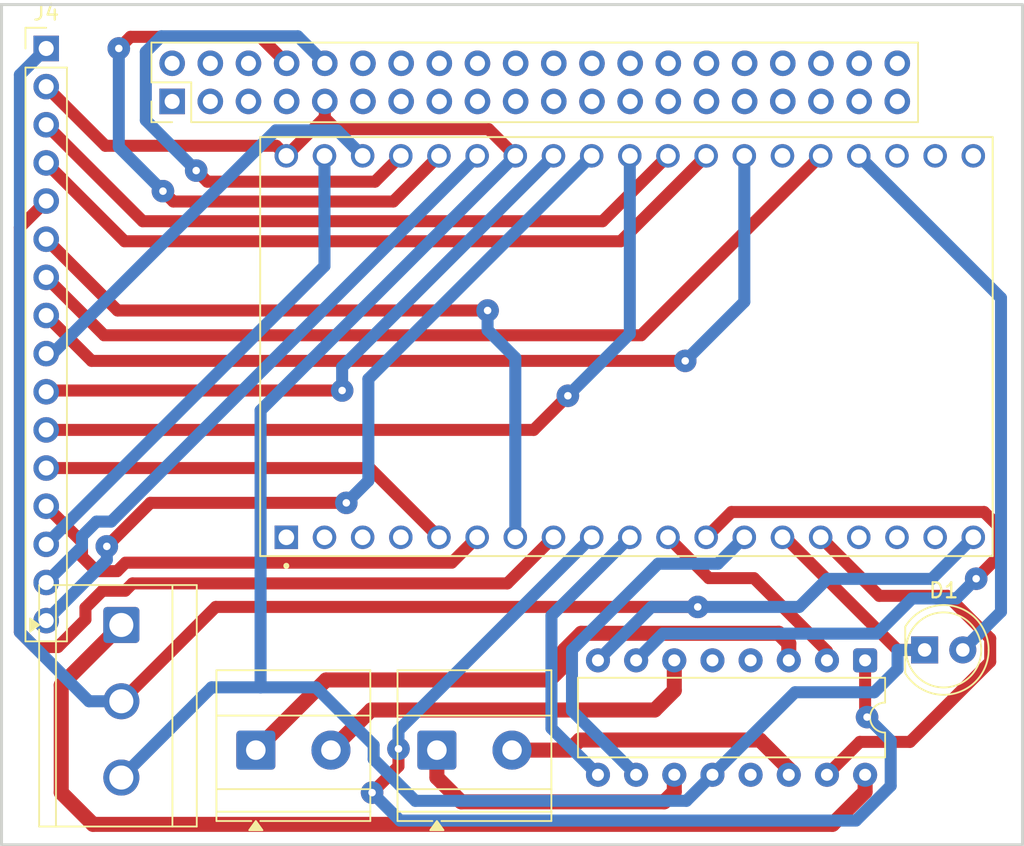
<source format=kicad_pcb>
(kicad_pcb (version 20241229) (generator "pcbnew") (generator_version "9.0")
  (layers (0 "F.Cu" signal) (2 "B.Cu" signal) (13 "F.Paste" user) (15 "B.Paste" user) (5 "F.SilkS" user "F.Silkscreen") (7 "B.SilkS" user "B.Silkscreen") (1 "F.Mask" user) (3 "B.Mask" user) (25 "Edge.Cuts" user))
  (net 0 "")
  (net 1 "Net-(D1-A)")
  (net 2 "GND")
  (net 33 "pi TX")
  (net 35 "pi RX")
  (net 42 "Net-(J2-Pin_1)")
  (net 43 "Net-(J2-Pin_2)")
  (net 44 "Net-(J3-Pin_2)")
  (net 45 "Net-(J3-Pin_1)")
  (net 46 "MQ9 A0")
  (net 47 "MQ135 A0")
  (net 48 "+5V")
  (net 49 "GPS TX")
  (net 50 "TRIG 2")
  (net 51 "TRIG 1")
  (net 52 "GPS RX")
  (net 53 "TRIG 3")
  (net 54 "ECHO 3")
  (net 55 "ECHO 4")
  (net 56 "ECHO 5")
  (net 57 "TRIG 5")
  (net 58 "TRIG 4")
  (net 59 "+12V")
  (net 60 "IN4|IO14")
  (net 61 "EN2|IO32")
  (net 62 "EN1|IO33")
  (net 66 "IN1|IO25")
  (net 67 "ECHO 2")
  (net 72 "ECHO 1")
  (net 76 "IN2|IO26")
  (net 78 "IN3|IO27")
  (footprint "LED_THT:LED_D5.0mm" (layer "F.Cu") (at 175.46 119)
    (property "Reference" "D1" (at 1.27 -3.96 0) (layer "F.SilkS"))
    (property "Value" "LED")
    (fp_line (start -1.29 -1.545) (end -1.29 1.545) (stroke (width 0.12)) (layer "F.SilkS"))
    (fp_arc (start -1.29 -1.54483) (mid 2.071779 -2.880495) (end 4.26 0) (stroke (width 0.12)) (layer "F.SilkS"))
    (fp_arc (start 4.26 0) (mid 2.071779 2.880495) (end -1.29 1.54483) (stroke (width 0.12)) (layer "F.SilkS"))
    (fp_circle (center 1.27 0) (end 3.77 0) (stroke (width 0.12)) (fill no) (layer "F.SilkS"))
    (pad "1" thru_hole rect (at 0 0) (size 1.8 1.8) (drill 0.9) (layers "*.Cu" "*.Mask") (net 2 "GND"))
    (pad "2" thru_hole circle (at 2.54 0) (size 1.8 1.8) (drill 0.9) (layers "*.Cu" "*.Mask") (net 1 "Net-(D1-A)"))
  )
  (footprint "TerminalBlock_CUI:TerminalBlock_CUI_TB007-508-03_1x03_P5.08mm_Horizontal" (layer "F.Cu") (at 122 117.34 -90)
    (property "Reference" "J12" (hide yes))
    (property "Value" "power input")
    (fp_line (start -2.66 5.47) (end -0.3 5.47) (stroke (width 0.12)) (layer "F.SilkS"))
    (fp_line (start 0.3 5.47) (end 13.42 5.47) (stroke (width 0.12)) (layer "F.SilkS"))
    (fp_line (start -2.66 4.35) (end 13.42 4.35) (stroke (width 0.12)) (layer "F.SilkS"))
    (fp_line (start -2.66 -3.4) (end 13.42 -3.4) (stroke (width 0.12)) (layer "F.SilkS"))
    (fp_line (start -2.66 -5.02) (end -2.66 5.47) (stroke (width 0.12)) (layer "F.SilkS"))
    (fp_line (start -2.66 -5.02) (end 13.42 -5.02) (stroke (width 0.12)) (layer "F.SilkS"))
    (fp_line (start 13.42 -5.02) (end 13.42 5.47) (stroke (width 0.12)) (layer "F.SilkS"))
    (fp_poly (pts (xy 0 5.47) (xy 0.44 6.08) (xy -0.44 6.08)) (stroke (width 0.12)) (fill yes) (layer "F.SilkS"))
    (pad "1" thru_hole roundrect (at 0 0 270) (size 2.4 2.4) (drill 1.6) (layers "*.Cu" "*.Mask") (roundrect_rratio 0.104167) (net 59 "+12V"))
    (pad "2" thru_hole circle (at 5.08 0 270) (size 2.4 2.4) (drill 1.6) (layers "*.Cu" "*.Mask") (net 48 "+5V"))
    (pad "3" thru_hole circle (at 10.16 0 270) (size 2.4 2.4) (drill 1.6) (layers "*.Cu" "*.Mask") (net 2 "GND"))
  )
  (footprint "TerminalBlock_Phoenix:TerminalBlock_Phoenix_MKDS-1,5-2_1x02_P5.00mm_Horizontal" (layer "F.Cu") (at 130.95 125.6725)
    (property "Reference" "J2" (hide yes))
    (property "Value" "motor 1")
    (fp_line (start -2.62 -5.32) (end -2.62 4.72) (stroke (width 0.12)) (layer "F.SilkS"))
    (fp_line (start -2.62 -5.32) (end 7.62 -5.32) (stroke (width 0.12)) (layer "F.SilkS"))
    (fp_line (start -2.62 -2.3) (end 7.62 -2.3) (stroke (width 0.12)) (layer "F.SilkS"))
    (fp_line (start -2.62 2.6) (end 7.62 2.6) (stroke (width 0.12)) (layer "F.SilkS"))
    (fp_line (start -2.62 4.1) (end 7.62 4.1) (stroke (width 0.12)) (layer "F.SilkS"))
    (fp_line (start -2.62 4.72) (end -0.3 4.72) (stroke (width 0.12)) (layer "F.SilkS"))
    (fp_line (start 0.3 4.72) (end 7.62 4.72) (stroke (width 0.12)) (layer "F.SilkS"))
    (fp_line (start 7.62 -5.32) (end 7.62 4.72) (stroke (width 0.12)) (layer "F.SilkS"))
    (fp_poly (pts (xy 0 4.72) (xy 0.44 5.33) (xy -0.44 5.33)) (stroke (width 0.12)) (fill yes) (layer "F.SilkS"))
    (pad "1" thru_hole roundrect (at 0 0) (size 2.6 2.6) (drill 1.3) (layers "*.Cu" "*.Mask") (roundrect_rratio 0.096154) (net 42 "Net-(J2-Pin_1)"))
    (pad "2" thru_hole circle (at 5 0) (size 2.6 2.6) (drill 1.3) (layers "*.Cu" "*.Mask") (net 43 "Net-(J2-Pin_2)"))
  )
  (footprint "Kit:MODULE_ESP32-DEVKITC-32D" (layer "F.Cu") (at 152.74 98.8 90)
    (property "Reference" "U1" (hide yes))
    (property "Value" "ESP32-DEVKITC-32D")
    (fp_line (start 13.95 -21.5) (end 13.95 27.25) (stroke (width 0.127)) (layer "F.SilkS"))
    (fp_line (start -13.95 -21.5) (end 13.95 -21.5) (stroke (width 0.127)) (layer "F.SilkS"))
    (fp_line (start 13.95 27.25) (end -13.95 27.25) (stroke (width 0.127)) (layer "F.SilkS"))
    (fp_line (start -13.95 27.25) (end -13.95 -21.5) (stroke (width 0.127)) (layer "F.SilkS"))
    (fp_circle (center -14.6 -19.76) (end -14.5 -19.76) (stroke (width 0.2)) (fill no) (layer "F.SilkS"))
    (pad "J2-1" thru_hole rect (at -12.7 -19.76 90) (size 1.56 1.56) (drill 1.04) (layers "*.Cu" "*.Mask"))
    (pad "J2-2" thru_hole circle (at -12.7 -17.22 90) (size 1.56 1.56) (drill 1.04) (layers "*.Cu" "*.Mask"))
    (pad "J2-3" thru_hole circle (at -12.7 -14.68 90) (size 1.56 1.56) (drill 1.04) (layers "*.Cu" "*.Mask"))
    (pad "J2-4" thru_hole circle (at -12.7 -12.14 90) (size 1.56 1.56) (drill 1.04) (layers "*.Cu" "*.Mask"))
    (pad "J2-5" thru_hole circle (at -12.7 -9.6 90) (size 1.56 1.56) (drill 1.04) (layers "*.Cu" "*.Mask") (net 56 "ECHO 5"))
    (pad "J2-6" thru_hole circle (at -12.7 -7.06 90) (size 1.56 1.56) (drill 1.04) (layers "*.Cu" "*.Mask") (net 55 "ECHO 4"))
    (pad "J2-7" thru_hole circle (at -12.7 -4.52 90) (size 1.56 1.56) (drill 1.04) (layers "*.Cu" "*.Mask") (net 46 "MQ9 A0"))
    (pad "J2-8" thru_hole circle (at -12.7 -1.98 90) (size 1.56 1.56) (drill 1.04) (layers "*.Cu" "*.Mask") (net 47 "MQ135 A0"))
    (pad "J2-9" thru_hole circle (at -12.7 0.56 90) (size 1.56 1.56) (drill 1.04) (layers "*.Cu" "*.Mask") (net 62 "EN1|IO33"))
    (pad "J2-10" thru_hole circle (at -12.7 3.1 90) (size 1.56 1.56) (drill 1.04) (layers "*.Cu" "*.Mask") (net 61 "EN2|IO32"))
    (pad "J2-11" thru_hole circle (at -12.7 5.64 90) (size 1.56 1.56) (drill 1.04) (layers "*.Cu" "*.Mask") (net 66 "IN1|IO25"))
    (pad "J2-12" thru_hole circle (at -12.7 8.18 90) (size 1.56 1.56) (drill 1.04) (layers "*.Cu" "*.Mask") (net 76 "IN2|IO26"))
    (pad "J2-13" thru_hole circle (at -12.7 10.72 90) (size 1.56 1.56) (drill 1.04) (layers "*.Cu" "*.Mask") (net 78 "IN3|IO27"))
    (pad "J2-14" thru_hole circle (at -12.7 13.26 90) (size 1.56 1.56) (drill 1.04) (layers "*.Cu" "*.Mask") (net 2 "GND"))
    (pad "J2-15" thru_hole circle (at -12.7 15.8 90) (size 1.56 1.56) (drill 1.04) (layers "*.Cu" "*.Mask") (net 60 "IN4|IO14"))
    (pad "J2-16" thru_hole circle (at -12.7 18.34 90) (size 1.56 1.56) (drill 1.04) (layers "*.Cu" "*.Mask"))
    (pad "J2-17" thru_hole circle (at -12.7 20.88 90) (size 1.56 1.56) (drill 1.04) (layers "*.Cu" "*.Mask"))
    (pad "J2-18" thru_hole circle (at -12.7 23.42 90) (size 1.56 1.56) (drill 1.04) (layers "*.Cu" "*.Mask"))
    (pad "J2-19" thru_hole circle (at -12.7 25.96 90) (size 1.56 1.56) (drill 1.04) (layers "*.Cu" "*.Mask") (net 48 "+5V"))
    (pad "J3-1" thru_hole circle (at 12.7 -19.76 90) (size 1.56 1.56) (drill 1.04) (layers "*.Cu" "*.Mask") (net 2 "GND"))
    (pad "J3-2" thru_hole circle (at 12.7 -17.22 90) (size 1.56 1.56) (drill 1.04) (layers "*.Cu" "*.Mask") (net 54 "ECHO 3"))
    (pad "J3-3" thru_hole circle (at 12.7 -14.68 90) (size 1.56 1.56) (drill 1.04) (layers "*.Cu" "*.Mask") (net 53 "TRIG 3"))
    (pad "J3-4" thru_hole circle (at 12.7 -12.14 90) (size 1.56 1.56) (drill 1.04) (layers "*.Cu" "*.Mask") (net 35 "pi RX"))
    (pad "J3-5" thru_hole circle (at 12.7 -9.6 90) (size 1.56 1.56) (drill 1.04) (layers "*.Cu" "*.Mask") (net 33 "pi TX"))
    (pad "J3-6" thru_hole circle (at 12.7 -7.06 90) (size 1.56 1.56) (drill 1.04) (layers "*.Cu" "*.Mask") (net 67 "ECHO 2"))
    (pad "J3-7" thru_hole circle (at 12.7 -4.52 90) (size 1.56 1.56) (drill 1.04) (layers "*.Cu" "*.Mask") (net 2 "GND"))
    (pad "J3-8" thru_hole circle (at 12.7 -1.98 90) (size 1.56 1.56) (drill 1.04) (layers "*.Cu" "*.Mask") (net 50 "TRIG 2"))
    (pad "J3-9" thru_hole circle (at 12.7 0.56 90) (size 1.56 1.56) (drill 1.04) (layers "*.Cu" "*.Mask") (net 72 "ECHO 1"))
    (pad "J3-10" thru_hole circle (at 12.7 3.1 90) (size 1.56 1.56) (drill 1.04) (layers "*.Cu" "*.Mask") (net 51 "TRIG 1"))
    (pad "J3-11" thru_hole circle (at 12.7 5.64 90) (size 1.56 1.56) (drill 1.04) (layers "*.Cu" "*.Mask") (net 52 "GPS RX"))
    (pad "J3-12" thru_hole circle (at 12.7 8.18 90) (size 1.56 1.56) (drill 1.04) (layers "*.Cu" "*.Mask") (net 49 "GPS TX"))
    (pad "J3-13" thru_hole circle (at 12.7 10.72 90) (size 1.56 1.56) (drill 1.04) (layers "*.Cu" "*.Mask") (net 58 "TRIG 4"))
    (pad "J3-14" thru_hole circle (at 12.7 13.26 90) (size 1.56 1.56) (drill 1.04) (layers "*.Cu" "*.Mask"))
    (pad "J3-15" thru_hole circle (at 12.7 15.8 90) (size 1.56 1.56) (drill 1.04) (layers "*.Cu" "*.Mask") (net 57 "TRIG 5"))
    (pad "J3-16" thru_hole circle (at 12.7 18.34 90) (size 1.56 1.56) (drill 1.04) (layers "*.Cu" "*.Mask") (net 1 "Net-(D1-A)"))
    (pad "J3-17" thru_hole circle (at 12.7 20.88 90) (size 1.56 1.56) (drill 1.04) (layers "*.Cu" "*.Mask"))
    (pad "J3-18" thru_hole circle (at 12.7 23.42 90) (size 1.56 1.56) (drill 1.04) (layers "*.Cu" "*.Mask"))
    (pad "J3-19" thru_hole circle (at 12.7 25.96 90) (size 1.56 1.56) (drill 1.04) (layers "*.Cu" "*.Mask"))
  )
  (footprint "Package_DIP:DIP-16_W7.62mm" (layer "F.Cu") (at 171.5 119.695 -90)
    (property "Reference" "U2" (hide yes))
    (property "Value" "L293D")
    (fp_line (start 1.16 19.11) (end 6.46 19.11) (stroke (width 0.12)) (layer "F.SilkS"))
    (fp_line (start 6.46 19.11) (end 6.46 -1.33) (stroke (width 0.12)) (layer "F.SilkS"))
    (fp_line (start 1.16 -1.33) (end 1.16 19.11) (stroke (width 0.12)) (layer "F.SilkS"))
    (fp_line (start 2.81 -1.33) (end 1.16 -1.33) (stroke (width 0.12)) (layer "F.SilkS"))
    (fp_line (start 6.46 -1.33) (end 4.81 -1.33) (stroke (width 0.12)) (layer "F.SilkS"))
    (fp_arc (start 4.81 -1.33) (mid 3.81 -0.33) (end 2.81 -1.33) (stroke (width 0.12)) (layer "F.SilkS"))
    (pad "1" thru_hole roundrect (at 0 0 270) (size 1.6 1.6) (drill 0.8) (layers "*.Cu" "*.Mask") (roundrect_rratio 0.15625) (net 62 "EN1|IO33"))
    (pad "2" thru_hole circle (at 0 2.54 270) (size 1.6 1.6) (drill 0.8) (layers "*.Cu" "*.Mask") (net 66 "IN1|IO25"))
    (pad "3" thru_hole circle (at 0 5.08 270) (size 1.6 1.6) (drill 0.8) (layers "*.Cu" "*.Mask") (net 42 "Net-(J2-Pin_1)"))
    (pad "4" thru_hole circle (at 0 7.62 270) (size 1.6 1.6) (drill 0.8) (layers "*.Cu" "*.Mask"))
    (pad "5" thru_hole circle (at 0 10.16 270) (size 1.6 1.6) (drill 0.8) (layers "*.Cu" "*.Mask"))
    (pad "6" thru_hole circle (at 0 12.7 270) (size 1.6 1.6) (drill 0.8) (layers "*.Cu" "*.Mask") (net 43 "Net-(J2-Pin_2)"))
    (pad "7" thru_hole circle (at 0 15.24 270) (size 1.6 1.6) (drill 0.8) (layers "*.Cu" "*.Mask") (net 76 "IN2|IO26"))
    (pad "8" thru_hole circle (at 0 17.78 270) (size 1.6 1.6) (drill 0.8) (layers "*.Cu" "*.Mask") (net 48 "+5V"))
    (pad "9" thru_hole circle (at 7.62 17.78 270) (size 1.6 1.6) (drill 0.8) (layers "*.Cu" "*.Mask") (net 61 "EN2|IO32"))
    (pad "10" thru_hole circle (at 7.62 15.24 270) (size 1.6 1.6) (drill 0.8) (layers "*.Cu" "*.Mask") (net 78 "IN3|IO27"))
    (pad "11" thru_hole circle (at 7.62 12.7 270) (size 1.6 1.6) (drill 0.8) (layers "*.Cu" "*.Mask") (net 45 "Net-(J3-Pin_1)"))
    (pad "12" thru_hole circle (at 7.62 10.16 270) (size 1.6 1.6) (drill 0.8) (layers "*.Cu" "*.Mask") (net 2 "GND"))
    (pad "13" thru_hole circle (at 7.62 7.62 270) (size 1.6 1.6) (drill 0.8) (layers "*.Cu" "*.Mask"))
    (pad "14" thru_hole circle (at 7.62 5.08 270) (size 1.6 1.6) (drill 0.8) (layers "*.Cu" "*.Mask") (net 44 "Net-(J3-Pin_2)"))
    (pad "15" thru_hole circle (at 7.62 2.54 270) (size 1.6 1.6) (drill 0.8) (layers "*.Cu" "*.Mask") (net 60 "IN4|IO14"))
    (pad "16" thru_hole circle (at 7.62 0 270) (size 1.6 1.6) (drill 0.8) (layers "*.Cu" "*.Mask") (net 59 "+12V"))
  )
  (footprint "Connector_PinHeader_2.54mm:PinHeader_2x20_P2.54mm_Vertical" (layer "F.Cu") (at 125.3814 82.4762 90)
    (property "Reference" "J1" (hide yes))
    (property "Value" "Raspberry pi 5 GPIOs" (hide yes))
    (fp_line (start 3.92 -1.38) (end 3.92 49.64) (stroke (width 0.12)) (layer "F.SilkS"))
    (fp_line (start 1.27 -1.38) (end 3.92 -1.38) (stroke (width 0.12)) (layer "F.SilkS"))
    (fp_line (start -1.38 -1.38) (end 0 -1.38) (stroke (width 0.12)) (layer "F.SilkS"))
    (fp_line (start -1.38 0) (end -1.38 -1.38) (stroke (width 0.12)) (layer "F.SilkS"))
    (fp_line (start 1.27 1.27) (end 1.27 -1.38) (stroke (width 0.12)) (layer "F.SilkS"))
    (fp_line (start -1.38 1.27) (end 1.27 1.27) (stroke (width 0.12)) (layer "F.SilkS"))
    (fp_line (start -1.38 1.27) (end -1.38 49.64) (stroke (width 0.12)) (layer "F.SilkS"))
    (fp_line (start -1.38 49.64) (end 3.92 49.64) (stroke (width 0.12)) (layer "F.SilkS"))
    (pad "1" thru_hole rect (at 0 0 90) (size 1.7 1.7) (drill 1) (layers "*.Cu" "*.Mask"))
    (pad "2" thru_hole circle (at 2.54 0 90) (size 1.7 1.7) (drill 1) (layers "*.Cu" "*.Mask"))
    (pad "3" thru_hole circle (at 0 2.54 90) (size 1.7 1.7) (drill 1) (layers "*.Cu" "*.Mask"))
    (pad "4" thru_hole circle (at 2.54 2.54 90) (size 1.7 1.7) (drill 1) (layers "*.Cu" "*.Mask"))
    (pad "5" thru_hole circle (at 0 5.08 90) (size 1.7 1.7) (drill 1) (layers "*.Cu" "*.Mask"))
    (pad "6" thru_hole circle (at 2.54 5.08 90) (size 1.7 1.7) (drill 1) (layers "*.Cu" "*.Mask"))
    (pad "7" thru_hole circle (at 0 7.62 90) (size 1.7 1.7) (drill 1) (layers "*.Cu" "*.Mask"))
    (pad "8" thru_hole circle (at 2.54 7.62 90) (size 1.7 1.7) (drill 1) (layers "*.Cu" "*.Mask") (net 33 "pi TX"))
    (pad "9" thru_hole circle (at 0 10.16 90) (size 1.7 1.7) (drill 1) (layers "*.Cu" "*.Mask") (net 2 "GND"))
    (pad "10" thru_hole circle (at 2.54 10.16 90) (size 1.7 1.7) (drill 1) (layers "*.Cu" "*.Mask") (net 35 "pi RX"))
    (pad "11" thru_hole circle (at 0 12.7 90) (size 1.7 1.7) (drill 1) (layers "*.Cu" "*.Mask"))
    (pad "12" thru_hole circle (at 2.54 12.7 90) (size 1.7 1.7) (drill 1) (layers "*.Cu" "*.Mask"))
    (pad "13" thru_hole circle (at 0 15.24 90) (size 1.7 1.7) (drill 1) (layers "*.Cu" "*.Mask"))
    (pad "14" thru_hole circle (at 2.54 15.24 90) (size 1.7 1.7) (drill 1) (layers "*.Cu" "*.Mask"))
    (pad "15" thru_hole circle (at 0 17.78 90) (size 1.7 1.7) (drill 1) (layers "*.Cu" "*.Mask"))
    (pad "16" thru_hole circle (at 2.54 17.78 90) (size 1.7 1.7) (drill 1) (layers "*.Cu" "*.Mask"))
    (pad "17" thru_hole circle (at 0 20.32 90) (size 1.7 1.7) (drill 1) (layers "*.Cu" "*.Mask"))
    (pad "18" thru_hole circle (at 2.54 20.32 90) (size 1.7 1.7) (drill 1) (layers "*.Cu" "*.Mask"))
    (pad "19" thru_hole circle (at 0 22.86 90) (size 1.7 1.7) (drill 1) (layers "*.Cu" "*.Mask"))
    (pad "20" thru_hole circle (at 2.54 22.86 90) (size 1.7 1.7) (drill 1) (layers "*.Cu" "*.Mask"))
    (pad "21" thru_hole circle (at 0 25.4 90) (size 1.7 1.7) (drill 1) (layers "*.Cu" "*.Mask"))
    (pad "22" thru_hole circle (at 2.54 25.4 90) (size 1.7 1.7) (drill 1) (layers "*.Cu" "*.Mask"))
    (pad "23" thru_hole circle (at 0 27.94 90) (size 1.7 1.7) (drill 1) (layers "*.Cu" "*.Mask"))
    (pad "24" thru_hole circle (at 2.54 27.94 90) (size 1.7 1.7) (drill 1) (layers "*.Cu" "*.Mask"))
    (pad "25" thru_hole circle (at 0 30.48 90) (size 1.7 1.7) (drill 1) (layers "*.Cu" "*.Mask"))
    (pad "26" thru_hole circle (at 2.54 30.48 90) (size 1.7 1.7) (drill 1) (layers "*.Cu" "*.Mask"))
    (pad "27" thru_hole circle (at 0 33.02 90) (size 1.7 1.7) (drill 1) (layers "*.Cu" "*.Mask"))
    (pad "28" thru_hole circle (at 2.54 33.02 90) (size 1.7 1.7) (drill 1) (layers "*.Cu" "*.Mask"))
    (pad "29" thru_hole circle (at 0 35.56 90) (size 1.7 1.7) (drill 1) (layers "*.Cu" "*.Mask"))
    (pad "30" thru_hole circle (at 2.54 35.56 90) (size 1.7 1.7) (drill 1) (layers "*.Cu" "*.Mask"))
    (pad "31" thru_hole circle (at 0 38.1 90) (size 1.7 1.7) (drill 1) (layers "*.Cu" "*.Mask"))
    (pad "32" thru_hole circle (at 2.54 38.1 90) (size 1.7 1.7) (drill 1) (layers "*.Cu" "*.Mask"))
    (pad "33" thru_hole circle (at 0 40.64 90) (size 1.7 1.7) (drill 1) (layers "*.Cu" "*.Mask"))
    (pad "34" thru_hole circle (at 2.54 40.64 90) (size 1.7 1.7) (drill 1) (layers "*.Cu" "*.Mask"))
    (pad "35" thru_hole circle (at 0 43.18 90) (size 1.7 1.7) (drill 1) (layers "*.Cu" "*.Mask"))
    (pad "36" thru_hole circle (at 2.54 43.18 90) (size 1.7 1.7) (drill 1) (layers "*.Cu" "*.Mask"))
    (pad "37" thru_hole circle (at 0 45.72 90) (size 1.7 1.7) (drill 1) (layers "*.Cu" "*.Mask"))
    (pad "38" thru_hole circle (at 2.54 45.72 90) (size 1.7 1.7) (drill 1) (layers "*.Cu" "*.Mask"))
    (pad "39" thru_hole circle (at 0 48.26 90) (size 1.7 1.7) (drill 1) (layers "*.Cu" "*.Mask"))
    (pad "40" thru_hole circle (at 2.54 48.26 90) (size 1.7 1.7) (drill 1) (layers "*.Cu" "*.Mask"))
  )
  (footprint "TerminalBlock_Phoenix:TerminalBlock_Phoenix_MKDS-1,5-2_1x02_P5.00mm_Horizontal" (layer "F.Cu") (at 143 125.6725)
    (property "Reference" "J3" (hide yes))
    (property "Value" "motor 2")
    (fp_line (start -2.62 -5.32) (end -2.62 4.72) (stroke (width 0.12)) (layer "F.SilkS"))
    (fp_line (start -2.62 -5.32) (end 7.62 -5.32) (stroke (width 0.12)) (layer "F.SilkS"))
    (fp_line (start -2.62 -2.3) (end 7.62 -2.3) (stroke (width 0.12)) (layer "F.SilkS"))
    (fp_line (start -2.62 2.6) (end 7.62 2.6) (stroke (width 0.12)) (layer "F.SilkS"))
    (fp_line (start -2.62 4.1) (end 7.62 4.1) (stroke (width 0.12)) (layer "F.SilkS"))
    (fp_line (start -2.62 4.72) (end -0.3 4.72) (stroke (width 0.12)) (layer "F.SilkS"))
    (fp_line (start 0.3 4.72) (end 7.62 4.72) (stroke (width 0.12)) (layer "F.SilkS"))
    (fp_line (start 7.62 -5.32) (end 7.62 4.72) (stroke (width 0.12)) (layer "F.SilkS"))
    (fp_poly (pts (xy 0 4.72) (xy 0.44 5.33) (xy -0.44 5.33)) (stroke (width 0.12)) (fill yes) (layer "F.SilkS"))
    (pad "1" thru_hole roundrect (at 0 0) (size 2.6 2.6) (drill 1.3) (layers "*.Cu" "*.Mask") (roundrect_rratio 0.096154) (net 45 "Net-(J3-Pin_1)"))
    (pad "2" thru_hole circle (at 5 0) (size 2.6 2.6) (drill 1.3) (layers "*.Cu" "*.Mask") (net 44 "Net-(J3-Pin_2)"))
  )
  (footprint "Connector_PinHeader_2.54mm:PinHeader_1x16_P2.54mm_Vertical" (layer "F.Cu") (at 117 78.95)
    (property "Reference" "J4" (at 0 -2.38 0) (layer "F.SilkS"))
    (property "Value" "Conn_01x16_Pin" (hide yes))
    (fp_line (start -1.38 -1.38) (end 0 -1.38) (stroke (width 0.12)) (layer "F.SilkS"))
    (fp_line (start -1.38 0) (end -1.38 -1.38) (stroke (width 0.12)) (layer "F.SilkS"))
    (fp_line (start -1.38 1.27) (end -1.38 39.48) (stroke (width 0.12)) (layer "F.SilkS"))
    (fp_line (start -1.38 1.27) (end 1.38 1.27) (stroke (width 0.12)) (layer "F.SilkS"))
    (fp_line (start -1.38 39.48) (end 1.38 39.48) (stroke (width 0.12)) (layer "F.SilkS"))
    (fp_line (start 1.38 1.27) (end 1.38 39.48) (stroke (width 0.12)) (layer "F.SilkS"))
    (pad "1" thru_hole rect (at 0 0) (size 1.7 1.7) (drill 1) (layers "*.Cu" "*.Mask") (net 48 "+5V"))
    (pad "2" thru_hole circle (at 0 2.54) (size 1.7 1.7) (drill 1) (layers "*.Cu" "*.Mask") (net 2 "GND"))
    (pad "3" thru_hole circle (at 0 5.08) (size 1.7 1.7) (drill 1) (layers "*.Cu" "*.Mask") (net 52 "GPS RX"))
    (pad "4" thru_hole circle (at 0 7.62) (size 1.7 1.7) (drill 1) (layers "*.Cu" "*.Mask") (net 49 "GPS TX"))
    (pad "5" thru_hole circle (at 0 10.16) (size 1.7 1.7) (drill 1) (layers "*.Cu" "*.Mask") (net 47 "MQ135 A0"))
    (pad "6" thru_hole circle (at 0 12.7) (size 1.7 1.7) (drill 1) (layers "*.Cu" "*.Mask") (net 46 "MQ9 A0"))
    (pad "7" thru_hole circle (at 0 15.24) (size 1.7 1.7) (drill 1) (layers "*.Cu" "*.Mask") (net 57 "TRIG 5"))
    (pad "8" thru_hole circle (at 0 17.78) (size 1.7 1.7) (drill 1) (layers "*.Cu" "*.Mask") (net 58 "TRIG 4"))
    (pad "9" thru_hole circle (at 0 20.32) (size 1.7 1.7) (drill 1) (layers "*.Cu" "*.Mask") (net 53 "TRIG 3"))
    (pad "10" thru_hole circle (at 0 22.86) (size 1.7 1.7) (drill 1) (layers "*.Cu" "*.Mask") (net 50 "TRIG 2"))
    (pad "11" thru_hole circle (at 0 25.4) (size 1.7 1.7) (drill 1) (layers "*.Cu" "*.Mask") (net 51 "TRIG 1"))
    (pad "12" thru_hole circle (at 0 27.94) (size 1.7 1.7) (drill 1) (layers "*.Cu" "*.Mask") (net 56 "ECHO 5"))
    (pad "13" thru_hole circle (at 0 30.48) (size 1.7 1.7) (drill 1) (layers "*.Cu" "*.Mask") (net 55 "ECHO 4"))
    (pad "14" thru_hole circle (at 0 33.02) (size 1.7 1.7) (drill 1) (layers "*.Cu" "*.Mask") (net 54 "ECHO 3"))
    (pad "15" thru_hole circle (at 0 35.56) (size 1.7 1.7) (drill 1) (layers "*.Cu" "*.Mask") (net 67 "ECHO 2"))
    (pad "16" thru_hole circle (at 0 38.1) (size 1.7 1.7) (drill 1) (layers "*.Cu" "*.Mask") (net 72 "ECHO 1"))
  )
  (gr_rect (start 114.025126 76.025126) (end 181.974874 131.974874) (stroke (width 0.2)) (fill no) (layer "Edge.Cuts"))
  (segment (start 178 119) (end 180.5419 116.4581) (width 0.8) (layer "B.Cu") (net 1))
  (segment (start 180.5419 116.4581) (end 180.5419 95.5619) (width 0.8) (layer "B.Cu") (net 1))
  (segment (start 180.5419 95.5619) (end 171.08 86.1) (width 0.8) (layer "B.Cu") (net 1))
  (segment (start 135.5038 83.5762) (end 135.5414 83.5762) (width 0.8) (layer "F.Cu") (net 2))
  (segment (start 146.4431 84.3231) (end 136.2883 84.3231) (width 0.8) (layer "F.Cu") (net 2))
  (segment (start 136.2883 84.3231) (end 135.5414 83.5762) (width 0.8) (layer "F.Cu") (net 2))
  (segment (start 166.1583 111.5) (end 166 111.5) (width 0.8) (layer "F.Cu") (net 2))
  (segment (start 132.3096 85.4296) (end 120.9396 85.4296) (width 0.8) (layer "F.Cu") (net 2))
  (segment (start 132.98 86.1) (end 135.5038 83.5762) (width 0.8) (layer "F.Cu") (net 2))
  (segment (start 132.98 86.1) (end 132.3096 85.4296) (width 0.8) (layer "F.Cu") (net 2))
  (segment (start 120.9396 85.4296) (end 117 81.49) (width 0.8) (layer "F.Cu") (net 2))
  (segment (start 175.46 119) (end 173.6583 119) (width 0.8) (layer "F.Cu") (net 2))
  (segment (start 135.5414 83.5762) (end 135.5414 82.4762) (width 0.8) (layer "F.Cu") (net 2))
  (segment (start 173.6583 119) (end 166.1583 111.5) (width 0.8) (layer "F.Cu") (net 2))
  (segment (start 148.22 86.1) (end 146.4431 84.3231) (width 0.8) (layer "F.Cu") (net 2))
  (segment (start 161.34 127.315) (end 159.6055 129.0495) (width 0.8) (layer "B.Cu") (net 2))
  (segment (start 141.5698 129.0495) (end 138.792 126.2717) (width 0.8) (layer "B.Cu") (net 2))
  (segment (start 134.9452 121.4922) (end 131.267 121.4922) (width 0.8) (layer "B.Cu") (net 2))
  (segment (start 138.792 126.2717) (end 138.792 125.339) (width 0.8) (layer "B.Cu") (net 2))
  (segment (start 175.46 119) (end 173.6583 119) (width 0.8) (layer "B.Cu") (net 2))
  (segment (start 173.6583 119) (end 173.6583 120.269) (width 0.8) (layer "B.Cu") (net 2))
  (segment (start 166.834 121.821) (end 161.34 127.315) (width 0.8) (layer "B.Cu") (net 2))
  (segment (start 172.1063 121.821) (end 166.834 121.821) (width 0.8) (layer "B.Cu") (net 2))
  (segment (start 128.0078 121.4922) (end 122 127.5) (width 0.8) (layer "B.Cu") (net 2))
  (segment (start 131.267 103.053) (end 148.22 86.1) (width 0.8) (layer "B.Cu") (net 2))
  (segment (start 138.792 125.339) (end 134.9452 121.4922) (width 0.8) (layer "B.Cu") (net 2))
  (segment (start 173.6583 120.269) (end 172.1063 121.821) (width 0.8) (layer "B.Cu") (net 2))
  (segment (start 159.6055 129.0495) (end 141.5698 129.0495) (width 0.8) (layer "B.Cu") (net 2))
  (segment (start 131.267 121.4922) (end 128.0078 121.4922) (width 0.8) (layer "B.Cu") (net 2))
  (segment (start 131.267 121.4922) (end 131.267 103.053) (width 0.8) (layer "B.Cu") (net 2))
  (segment (start 140.0996 89.1404) (end 143.14 86.1) (width 0.8) (layer "F.Cu") (net 33))
  (segment (start 122.6045 78.1748) (end 131.24 78.1748) (width 0.8) (layer "F.Cu") (net 33))
  (segment (start 125.4592 89.1404) (end 140.0996 89.1404) (width 0.8) (layer "F.Cu") (net 33))
  (segment (start 124.7689 88.4501) (end 125.4592 89.1404) (width 0.8) (layer "F.Cu") (net 33))
  (segment (start 121.8321 78.9472) (end 122.6045 78.1748) (width 0.8) (layer "F.Cu") (net 33))
  (segment (start 131.24 78.1748) (end 133.0014 79.9362) (width 0.8) (layer "F.Cu") (net 33))
  (via (at 124.7689 88.4501) (size 1.5) (drill 0.5) (layers "F.Cu" "B.Cu") (net 33))
  (via (at 121.8321 78.9472) (size 1.5) (drill 0.5) (layers "F.Cu" "B.Cu") (net 33))
  (segment (start 121.8321 78.9472) (end 121.8321 85.5133) (width 0.8) (layer "B.Cu") (net 33))
  (segment (start 121.8321 85.5133) (end 124.7689 88.4501) (width 0.8) (layer "B.Cu") (net 33))
  (segment (start 127.7191 87.8184) (end 126.982 87.0813) (width 0.8) (layer "F.Cu") (net 35))
  (segment (start 138.8816 87.8184) (end 127.7191 87.8184) (width 0.8) (layer "F.Cu") (net 35))
  (segment (start 140.6 86.1) (end 138.8816 87.8184) (width 0.8) (layer "F.Cu") (net 35))
  (via (at 126.982 87.0813) (size 1.5) (drill 0.5) (layers "F.Cu" "B.Cu") (net 35))
  (segment (start 135.5414 79.9362) (end 133.7435 78.1383) (width 0.8) (layer "B.Cu") (net 35))
  (segment (start 123.6297 83.729) (end 126.982 87.0813) (width 0.8) (layer "B.Cu") (net 35))
  (segment (start 133.7435 78.1383) (end 124.6658 78.1383) (width 0.8) (layer "B.Cu") (net 35))
  (segment (start 124.6658 78.1383) (end 123.6297 79.1744) (width 0.8) (layer "B.Cu") (net 35))
  (segment (start 123.6297 79.1744) (end 123.6297 83.729) (width 0.8) (layer "B.Cu") (net 35))
  (segment (start 152.606 117.894) (end 165.75 117.894) (width 1) (layer "F.Cu") (net 42))
  (segment (start 151.5 120) (end 151.5 119) (width 1) (layer "F.Cu") (net 42))
  (segment (start 166.42 118.564) (end 166.42 119.695) (width 1) (layer "F.Cu") (net 42))
  (segment (start 130.95 125.672) (end 130.95 125.6725) (width 0.8) (layer "F.Cu") (net 42))
  (segment (start 135.622 121) (end 150.5 121) (width 1) (layer "F.Cu") (net 42))
  (segment (start 151.5 119) (end 152.606 117.894) (width 1) (layer "F.Cu") (net 42))
  (segment (start 130.95 125.672) (end 135.622 121) (width 1) (layer "F.Cu") (net 42))
  (segment (start 165.75 117.894) (end 166.42 118.564) (width 1) (layer "F.Cu") (net 42))
  (segment (start 150.5 121) (end 151.5 120) (width 1) (layer "F.Cu") (net 42))
  (segment (start 135.95 125.672) (end 135.95 125.6725) (width 0.8) (layer "F.Cu") (net 43))
  (segment (start 138.622 123) (end 157.5 123) (width 1) (layer "F.Cu") (net 43))
  (segment (start 157.5 123) (end 158.8 121.7) (width 1) (layer "F.Cu") (net 43))
  (segment (start 158.8 121.7) (end 158.8 119.695) (width 1) (layer "F.Cu") (net 43))
  (segment (start 135.95 125.672) (end 138.622 123) (width 1) (layer "F.Cu") (net 43))
  (segment (start 148 125.672) (end 151.828 125.672) (width 1) (layer "F.Cu") (net 44))
  (segment (start 151.828 125.672) (end 152.5 125) (width 1) (layer "F.Cu") (net 44))
  (segment (start 152.5 125) (end 164.5 125) (width 1) (layer "F.Cu") (net 44))
  (segment (start 164.5 125) (end 166.42 126.92) (width 1) (layer "F.Cu") (net 44))
  (segment (start 148 125.6725) (end 148 125.672) (width 0.8) (layer "F.Cu") (net 44))
  (segment (start 166.42 126.92) (end 166.42 127.315) (width 1) (layer "F.Cu") (net 44))
  (segment (start 143 125.672) (end 143 125.6725) (width 1) (layer "F.Cu") (net 45))
  (segment (start 143 125.6725) (end 143 127.5) (width 1) (layer "F.Cu") (net 45))
  (segment (start 158.13 129.116) (end 158.8 128.446) (width 1) (layer "F.Cu") (net 45))
  (segment (start 143 127.5) (end 144.616 129.116) (width 1) (layer "F.Cu") (net 45))
  (segment (start 144.616 129.116) (end 158.13 129.116) (width 1) (layer "F.Cu") (net 45))
  (segment (start 158.8 128.446) (end 158.8 127.315) (width 1) (layer "F.Cu") (net 45))
  (segment (start 146.3751 96.3975) (end 121.7475 96.3975) (width 0.8) (layer "F.Cu") (net 46))
  (segment (start 121.7475 96.3975) (end 117 91.65) (width 0.8) (layer "F.Cu") (net 46))
  (via (at 146.3751 96.3975) (size 1.5) (drill 0.5) (layers "F.Cu" "B.Cu") (net 46))
  (segment (start 146.3751 97.6993) (end 148.22 99.5442) (width 0.8) (layer "B.Cu") (net 46))
  (segment (start 146.3751 97.6993) (end 146.3751 96.3975) (width 0.8) (layer "B.Cu") (net 46))
  (segment (start 148.22 99.5442) (end 148.22 111.5) (width 0.8) (layer "B.Cu") (net 46))
  (segment (start 122.257 115.0584) (end 120.7462 115.0584) (width 0.8) (layer "F.Cu") (net 47))
  (segment (start 117.7732 118.8091) (end 116.2364 118.8091) (width 0.8) (layer "F.Cu") (net 47))
  (segment (start 119.6108 116.1938) (end 119.6108 116.9715) (width 0.8) (layer "F.Cu") (net 47))
  (segment (start 115.2483 117.821) (end 115.2483 90.8617) (width 0.8) (layer "F.Cu") (net 47))
  (segment (start 119.6108 116.9715) (end 117.7732 118.8091) (width 0.8) (layer "F.Cu") (net 47))
  (segment (start 147.6893 114.5707) (end 122.7447 114.5707) (width 0.8) (layer "F.Cu") (net 47))
  (segment (start 120.7462 115.0584) (end 119.6108 116.1938) (width 0.8) (layer "F.Cu") (net 47))
  (segment (start 150.76 111.5) (end 147.6893 114.5707) (width 0.8) (layer "F.Cu") (net 47))
  (segment (start 116.2364 118.8091) (end 115.2483 117.821) (width 0.8) (layer "F.Cu") (net 47))
  (segment (start 115.2483 90.8617) (end 117 89.11) (width 0.8) (layer "F.Cu") (net 47))
  (segment (start 122.7447 114.5707) (end 122.257 115.0584) (width 0.8) (layer "F.Cu") (net 47))
  (segment (start 122 122.42) (end 128.2824 116.1376) (width 0.8) (layer "F.Cu") (net 48))
  (segment (start 128.2824 116.1376) (end 160.3605 116.1376) (width 0.8) (layer "F.Cu") (net 48))
  (via (at 160.3605 116.1376) (size 1.5) (drill 0.5) (layers "F.Cu" "B.Cu") (net 48))
  (segment (start 115.2483 117.8208) (end 119.8475 122.42) (width 0.8) (layer "B.Cu") (net 48))
  (segment (start 168.9774 114.2702) (end 167.11 116.1376) (width 0.8) (layer "B.Cu") (net 48))
  (segment (start 117 78.95) (end 115.2483 80.7017) (width 0.8) (layer "B.Cu") (net 48))
  (segment (start 178.7 111.5) (end 175.9298 114.2702) (width 0.8) (layer "B.Cu") (net 48))
  (segment (start 157.2774 116.1376) (end 153.72 119.695) (width 0.8) (layer "B.Cu") (net 48))
  (segment (start 175.9298 114.2702) (end 168.9774 114.2702) (width 0.8) (layer "B.Cu") (net 48))
  (segment (start 160.3605 116.1376) (end 157.2774 116.1376) (width 0.8) (layer "B.Cu") (net 48))
  (segment (start 115.2483 80.7017) (end 115.2483 117.8208) (width 0.8) (layer "B.Cu") (net 48))
  (segment (start 167.11 116.1376) (end 160.3605 116.1376) (width 0.8) (layer "B.Cu") (net 48))
  (segment (start 119.8475 122.42) (end 122 122.42) (width 0.8) (layer "B.Cu") (net 48))
  (segment (start 122.2183 91.7883) (end 155.2317 91.7883) (width 0.8) (layer "F.Cu") (net 49))
  (segment (start 117 86.57) (end 122.2183 91.7883) (width 0.8) (layer "F.Cu") (net 49))
  (segment (start 155.2317 91.7883) (end 160.92 86.1) (width 0.8) (layer "F.Cu") (net 49))
  (segment (start 117.0835 101.7265) (end 117 101.81) (width 0.8) (layer "F.Cu") (net 50))
  (segment (start 136.6951 101.7265) (end 117.0835 101.7265) (width 0.8) (layer "F.Cu") (net 50))
  (via (at 136.6951 101.7265) (size 1.5) (drill 0.5) (layers "F.Cu" "B.Cu") (net 50))
  (segment (start 150.76 86.1) (end 136.6951 100.1649) (width 0.8) (layer "B.Cu") (net 50))
  (segment (start 136.6951 100.1649) (end 136.6951 101.7265) (width 0.8) (layer "B.Cu") (net 50))
  (segment (start 151.7175 102.0764) (end 149.4439 104.35) (width 0.8) (layer "F.Cu") (net 51))
  (segment (start 149.4439 104.35) (end 117 104.35) (width 0.8) (layer "F.Cu") (net 51))
  (via (at 151.7175 102.0764) (size 1.5) (drill 0.5) (layers "F.Cu" "B.Cu") (net 51))
  (segment (start 155.84 86.1) (end 155.84 97.9539) (width 0.8) (layer "B.Cu") (net 51))
  (segment (start 155.84 97.9539) (end 151.7175 102.0764) (width 0.8) (layer "B.Cu") (net 51))
  (segment (start 123.4223 90.4523) (end 154.0277 90.4523) (width 0.8) (layer "F.Cu") (net 52))
  (segment (start 117 84.03) (end 123.4223 90.4523) (width 0.8) (layer "F.Cu") (net 52))
  (segment (start 154.0277 90.4523) (end 158.38 86.1) (width 0.8) (layer "F.Cu") (net 52))
  (segment (start 117.4166 99.27) (end 132.2836 84.403) (width 0.8) (layer "B.Cu") (net 53))
  (segment (start 136.363 84.403) (end 138.06 86.1) (width 0.8) (layer "B.Cu") (net 53))
  (segment (start 117 99.27) (end 117.4166 99.27) (width 0.8) (layer "B.Cu") (net 53))
  (segment (start 132.2836 84.403) (end 136.363 84.403) (width 0.8) (layer "B.Cu") (net 53))
  (segment (start 117 111.9619) (end 117 111.97) (width 0.8) (layer "B.Cu") (net 54))
  (segment (start 135.52 86.1) (end 135.52 93.4419) (width 0.8) (layer "B.Cu") (net 54))
  (segment (start 135.52 93.4419) (end 117 111.9619) (width 0.8) (layer "B.Cu") (net 54))
  (segment (start 119.3819 112.7891) (end 120.3495 113.7567) (width 0.8) (layer "F.Cu") (net 55))
  (segment (start 117 109.43) (end 119.3819 111.8119) (width 0.8) (layer "F.Cu") (net 55))
  (segment (start 122.285 113.1895) (end 143.9905 113.1895) (width 0.8) (layer "F.Cu") (net 55))
  (segment (start 119.3819 111.8119) (end 119.3819 112.7891) (width 0.8) (layer "F.Cu") (net 55))
  (segment (start 121.7178 113.7567) (end 122.285 113.1895) (width 0.8) (layer "F.Cu") (net 55))
  (segment (start 120.3495 113.7567) (end 121.7178 113.7567) (width 0.8) (layer "F.Cu") (net 55))
  (segment (start 143.9905 113.1895) (end 145.68 111.5) (width 0.8) (layer "F.Cu") (net 55))
  (segment (start 143.14 111.5) (end 138.53 106.89) (width 0.8) (layer "F.Cu") (net 56))
  (segment (start 138.53 106.89) (end 117 106.89) (width 0.8) (layer "F.Cu") (net 56))
  (segment (start 168.54 86.1) (end 156.5907 98.0493) (width 0.8) (layer "F.Cu") (net 57))
  (segment (start 156.5907 98.0493) (end 120.8593 98.0493) (width 0.8) (layer "F.Cu") (net 57))
  (segment (start 120.8593 98.0493) (end 117 94.19) (width 0.8) (layer "F.Cu") (net 57))
  (segment (start 159.5269 99.7531) (end 120.0231 99.7531) (width 0.8) (layer "F.Cu") (net 58))
  (segment (start 120.0231 99.7531) (end 117 96.73) (width 0.8) (layer "F.Cu") (net 58))
  (via (at 159.5269 99.7531) (size 1.5) (drill 0.5) (layers "F.Cu" "B.Cu") (net 58))
  (segment (start 163.46 86.1) (end 163.46 95.82) (width 0.8) (layer "B.Cu") (net 58))
  (segment (start 163.46 95.82) (end 159.5269 99.7531) (width 0.8) (layer "B.Cu") (net 58))
  (segment (start 118 128.5) (end 118 121.34) (width 1) (layer "F.Cu") (net 59))
  (segment (start 118 121.34) (end 122 117.34) (width 1) (layer "F.Cu") (net 59))
  (segment (start 120.117 130.617) (end 118 128.5) (width 1) (layer "F.Cu") (net 59))
  (segment (start 169.329 130.617) (end 120.117 130.617) (width 1) (layer "F.Cu") (net 59))
  (segment (start 171.5 128.446) (end 169.329 130.617) (width 1) (layer "F.Cu") (net 59))
  (segment (start 171.5 127.315) (end 171.5 128.446) (width 1) (layer "F.Cu") (net 59))
  (segment (start 171.1506 125.1244) (end 174.4857 125.1244) (width 0.8) (layer "F.Cu") (net 60))
  (segment (start 176.9835 115.3995) (end 172.4395 115.3995) (width 0.8) (layer "F.Cu") (net 60))
  (segment (start 168.96 127.315) (end 171.1506 125.1244) (width 0.8) (layer "F.Cu") (net 60))
  (segment (start 174.4857 125.1244) (end 179.8225 119.7876) (width 0.8) (layer "F.Cu") (net 60))
  (segment (start 179.8225 119.7876) (end 179.8225 118.2385) (width 0.8) (layer "F.Cu") (net 60))
  (segment (start 172.4395 115.3995) (end 168.54 111.5) (width 0.8) (layer "F.Cu") (net 60))
  (segment (start 179.8225 118.2385) (end 176.9835 115.3995) (width 0.8) (layer "F.Cu") (net 60))
  (segment (start 153.72 127.315) (end 150.6247 124.2197) (width 0.8) (layer "B.Cu") (net 61))
  (segment (start 150.6247 124.2197) (end 150.6247 116.7153) (width 0.8) (layer "B.Cu") (net 61))
  (segment (start 150.6247 116.7153) (end 155.84 111.5) (width 0.8) (layer "B.Cu") (net 61))
  (segment (start 140.4437 125.5874) (end 140.4437 126.7475) (width 0.8) (layer "F.Cu") (net 62))
  (segment (start 171.5 123.3443) (end 171.5 119.695) (width 0.8) (layer "F.Cu") (net 62))
  (segment (start 140.4437 126.7475) (end 138.6878 128.5034) (width 0.8) (layer "F.Cu") (net 62))
  (segment (start 171.6284 123.4727) (end 171.5 123.3443) (width 0.8) (layer "F.Cu") (net 62))
  (via (at 138.6878 128.5034) (size 1.5) (drill 0.5) (layers "F.Cu" "B.Cu") (net 62))
  (via (at 171.6284 123.4727) (size 1.5) (drill 0.5) (layers "F.Cu" "B.Cu") (net 62))
  (via (at 140.4437 125.5874) (size 1.5) (drill 0.5) (layers "F.Cu" "B.Cu") (net 62))
  (segment (start 173.2017 125.046) (end 171.6284 123.4727) (width 0.8) (layer "B.Cu") (net 62))
  (segment (start 170.8913 130.3629) (end 173.2017 128.0525) (width 0.8) (layer "B.Cu") (net 62))
  (segment (start 153.3 111.5) (end 140.4437 124.3563) (width 0.8) (layer "B.Cu") (net 62))
  (segment (start 138.6878 128.5034) (end 140.5473 130.3629) (width 0.8) (layer "B.Cu") (net 62))
  (segment (start 173.2017 128.0525) (end 173.2017 125.046) (width 0.8) (layer "B.Cu") (net 62))
  (segment (start 140.5473 130.3629) (end 170.8913 130.3629) (width 0.8) (layer "B.Cu") (net 62))
  (segment (start 140.4437 124.3563) (end 140.4437 125.5874) (width 0.8) (layer "B.Cu") (net 62))
  (segment (start 164.1001 114.2214) (end 168.96 119.0813) (width 0.8) (layer "F.Cu") (net 66))
  (segment (start 168.96 119.0813) (end 168.96 119.695) (width 0.8) (layer "F.Cu") (net 66))
  (segment (start 158.38 111.5) (end 161.1014 114.2214) (width 0.8) (layer "F.Cu") (net 66))
  (segment (start 161.1014 114.2214) (end 164.1001 114.2214) (width 0.8) (layer "F.Cu") (net 66))
  (segment (start 119.3819 112.1281) (end 117 114.51) (width 0.8) (layer "B.Cu") (net 67))
  (segment (start 120.3495 110.4533) (end 119.3819 111.4209) (width 0.8) (layer "B.Cu") (net 67))
  (segment (start 145.68 86.1) (end 121.3267 110.4533) (width 0.8) (layer "B.Cu") (net 67))
  (segment (start 119.3819 111.4209) (end 119.3819 112.1281) (width 0.8) (layer "B.Cu") (net 67))
  (segment (start 121.3267 110.4533) (end 120.3495 110.4533) (width 0.8) (layer "B.Cu") (net 67))
  (segment (start 123.9318 109.2068) (end 121.0336 112.105) (width 0.8) (layer "F.Cu") (net 72))
  (segment (start 136.9724 109.2068) (end 123.9318 109.2068) (width 0.8) (layer "F.Cu") (net 72))
  (via (at 121.0336 112.105) (size 1.5) (drill 0.5) (layers "F.Cu" "B.Cu") (net 72))
  (via (at 136.9724 109.2068) (size 1.5) (drill 0.5) (layers "F.Cu" "B.Cu") (net 72))
  (segment (start 138.4399 100.9601) (end 138.4399 107.7393) (width 0.8) (layer "B.Cu") (net 72))
  (segment (start 121.0336 113.0164) (end 117 117.05) (width 0.8) (layer "B.Cu") (net 72))
  (segment (start 138.4399 107.7393) (end 136.9724 109.2068) (width 0.8) (layer "B.Cu") (net 72))
  (segment (start 153.3 86.1) (end 138.4399 100.9601) (width 0.8) (layer "B.Cu") (net 72))
  (segment (start 121.0336 112.105) (end 121.0336 113.0164) (width 0.8) (layer "B.Cu") (net 72))
  (segment (start 180.3817 110.7805) (end 180.3817 112.7671) (width 0.8) (layer "F.Cu") (net 76))
  (segment (start 162.6042 109.8158) (end 179.417 109.8158) (width 0.8) (layer "F.Cu") (net 76))
  (segment (start 179.417 109.8158) (end 180.3817 110.7805) (width 0.8) (layer "F.Cu") (net 76))
  (segment (start 160.92 111.5) (end 162.6042 109.8158) (width 0.8) (layer "F.Cu") (net 76))
  (segment (start 180.3817 112.7671) (end 178.8902 114.2586) (width 0.8) (layer "F.Cu") (net 76))
  (via (at 178.8902 114.2586) (size 1.5) (drill 0.5) (layers "F.Cu" "B.Cu") (net 76))
  (segment (start 174.6281 115.5719) (end 172.2849 117.9151) (width 0.8) (layer "B.Cu") (net 76))
  (segment (start 178.8902 114.2586) (end 177.5769 115.5719) (width 0.8) (layer "B.Cu") (net 76))
  (segment (start 172.2849 117.9151) (end 158.0399 117.9151) (width 0.8) (layer "B.Cu") (net 76))
  (segment (start 177.5769 115.5719) (end 174.6281 115.5719) (width 0.8) (layer "B.Cu") (net 76))
  (segment (start 158.0399 117.9151) (end 156.26 119.695) (width 0.8) (layer "B.Cu") (net 76))
  (segment (start 151.9914 118.9937) (end 151.9914 123.0464) (width 0.8) (layer "B.Cu") (net 78))
  (segment (start 163.46 111.5) (end 161.7 113.26) (width 0.8) (layer "B.Cu") (net 78))
  (segment (start 161.7 113.26) (end 157.7251 113.26) (width 0.8) (layer "B.Cu") (net 78))
  (segment (start 157.7251 113.26) (end 151.9914 118.9937) (width 0.8) (layer "B.Cu") (net 78))
  (segment (start 151.9914 123.0464) (end 156.26 127.315) (width 0.8) (layer "B.Cu") (net 78))
)
</source>
